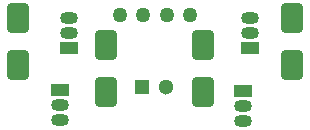
<source format=gbs>
G04 #@! TF.GenerationSoftware,KiCad,Pcbnew,9.0.4*
G04 #@! TF.CreationDate,2025-08-22T17:22:00+02:00*
G04 #@! TF.ProjectId,npn-pnp-h-bridge,6e706e2d-706e-4702-9d68-2d6272696467,rev?*
G04 #@! TF.SameCoordinates,Original*
G04 #@! TF.FileFunction,Soldermask,Bot*
G04 #@! TF.FilePolarity,Negative*
%FSLAX46Y46*%
G04 Gerber Fmt 4.6, Leading zero omitted, Abs format (unit mm)*
G04 Created by KiCad (PCBNEW 9.0.4) date 2025-08-22 17:22:00*
%MOMM*%
%LPD*%
G01*
G04 APERTURE LIST*
G04 Aperture macros list*
%AMRoundRect*
0 Rectangle with rounded corners*
0 $1 Rounding radius*
0 $2 $3 $4 $5 $6 $7 $8 $9 X,Y pos of 4 corners*
0 Add a 4 corners polygon primitive as box body*
4,1,4,$2,$3,$4,$5,$6,$7,$8,$9,$2,$3,0*
0 Add four circle primitives for the rounded corners*
1,1,$1+$1,$2,$3*
1,1,$1+$1,$4,$5*
1,1,$1+$1,$6,$7*
1,1,$1+$1,$8,$9*
0 Add four rect primitives between the rounded corners*
20,1,$1+$1,$2,$3,$4,$5,0*
20,1,$1+$1,$4,$5,$6,$7,0*
20,1,$1+$1,$6,$7,$8,$9,0*
20,1,$1+$1,$8,$9,$2,$3,0*%
G04 Aperture macros list end*
%ADD10R,1.500000X1.050000*%
%ADD11O,1.500000X1.050000*%
%ADD12R,1.300000X1.300000*%
%ADD13C,1.300000*%
%ADD14C,1.270000*%
%ADD15RoundRect,0.250000X-0.650000X1.000000X-0.650000X-1.000000X0.650000X-1.000000X0.650000X1.000000X0*%
%ADD16RoundRect,0.250000X0.650000X-1.000000X0.650000X1.000000X-0.650000X1.000000X-0.650000X-1.000000X0*%
G04 APERTURE END LIST*
D10*
G04 #@! TO.C,Qr1*
X178950000Y-97908531D03*
D11*
X178950000Y-96638531D03*
X178950000Y-95368531D03*
G04 #@! TD*
D12*
G04 #@! TO.C,J2*
X169800000Y-101200000D03*
D13*
X171800000Y-101200000D03*
G04 #@! TD*
D10*
G04 #@! TO.C,Ql1*
X163592127Y-97897589D03*
D11*
X163592127Y-96627589D03*
X163592127Y-95357589D03*
G04 #@! TD*
D14*
G04 #@! TO.C,J1*
X173895099Y-95117400D03*
X171895100Y-95117400D03*
X169895099Y-95117400D03*
X167895101Y-95117400D03*
G04 #@! TD*
D10*
G04 #@! TO.C,Qr2*
X178335548Y-101508531D03*
D11*
X178335548Y-102778531D03*
X178335548Y-104048531D03*
G04 #@! TD*
D10*
G04 #@! TO.C,Ql2*
X162862127Y-101427589D03*
D11*
X162862127Y-102697589D03*
X162862127Y-103967589D03*
G04 #@! TD*
D15*
G04 #@! TO.C,D1*
X166700000Y-97612600D03*
X166700000Y-101612600D03*
G04 #@! TD*
G04 #@! TO.C,D2*
X174950000Y-97612600D03*
X174950000Y-101612600D03*
G04 #@! TD*
D16*
G04 #@! TO.C,D3*
X159292127Y-99332500D03*
X159292127Y-95332500D03*
G04 #@! TD*
G04 #@! TO.C,D4*
X182495548Y-99332500D03*
X182495548Y-95332500D03*
G04 #@! TD*
M02*

</source>
